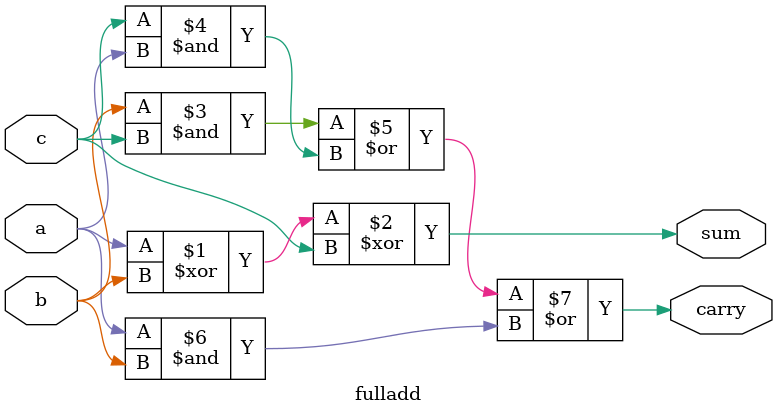
<source format=v>

module fulladd(a,b,c,sum,carry);
	input a,b,c;
	output sum,carry;
	
	assign sum = a^b^c;
	assign carry = b & c | c & a | a & b ;
	
	
endmodule

</source>
